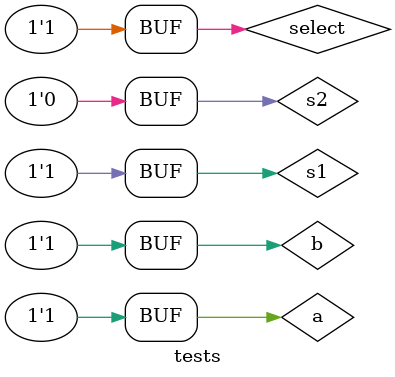
<source format=v>
module mux ( output s,
             input a,
             input b,
             input select );
    // definir dados locais
    wire not_select;
    wire sa;
    wire sb;
    // descrever por portas
    not NOT1 ( not_select, select );
    and AND1 ( sa, a, not_select );
    and AND2 ( sb, b, select );
    or OR1 ( s , sa, sb );
endmodule // mux
module tests;
// ------------------------- definir dados
    reg a, b, select;
    wire s1, s2, s;
    // saidas independentes
    and AND ( s1, a, b ); 
    nand NAND ( s2, a, b );
    // saida selecionavel
    mux MUX1 ( s, s1, s2, select );
// ------------------------- parte principal
    initial
    begin : main
        $display("Exemplo_0701");
        $display("Test LU's module");
        $display("a b sel s");

        a = 1'b0; b = 1'b0; select = 1'b0;
        // projetar testes do modulo
        #1 $monitor("%b %b %3b %b", a, b, select, s);
        #1 b = 1'b1;
        #1 a = 1'b1; b = 1'b0;
        #1 b = 1'b1;
        #1 a = 1'b0; b = 1'b0; select = 1'b1;
        #1 b = 1'b1;
        #1 a = 1'b1; b = 1'b0;
        #1 b = 1'b1;
    end
endmodule // tests
</source>
